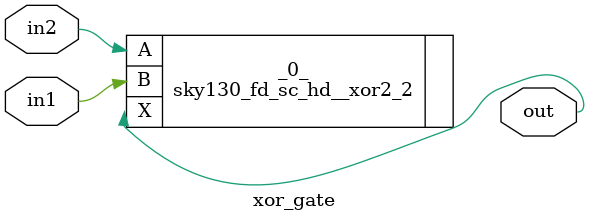
<source format=v>
/* Generated by Yosys 0.12+45 (git sha1 UNKNOWN, gcc 8.3.1 -fPIC -Os) */

module xor_gate(in1, in2, out);
  input in1;
  input in2;
  output out;
  sky130_fd_sc_hd__xor2_2 _0_ (
    .A(in2),
    .B(in1),
    .X(out)
  );
endmodule

</source>
